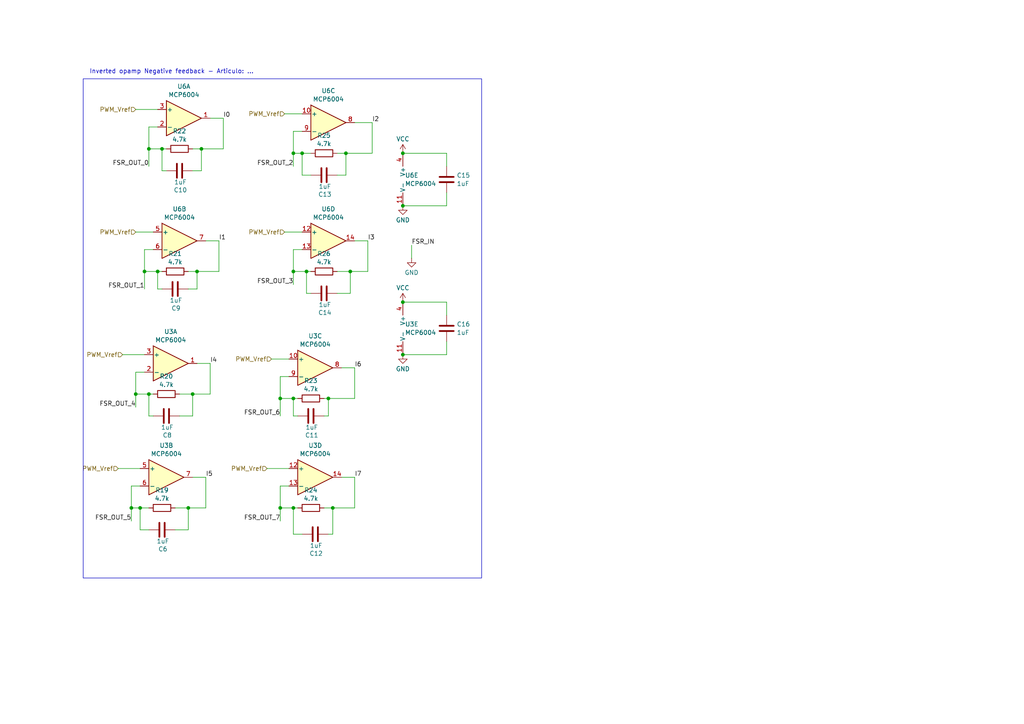
<source format=kicad_sch>
(kicad_sch (version 20231120) (generator "eeschema") (generator_version "8.0")
  (paper "A4")
  (lib_symbols
    (symbol "Amplifier_Operational:MCP6004" (pin_names (offset 0.127))
      (property "Reference" "U" (at 0 5.08 0))
      (property "Value" "MCP6004" (at 0 -5.08 0))
      (symbol "MCP6004_1_1"
        (polyline (pts (xy -5.08 5.08) (xy 5.08 0) (xy -5.08 -5.08) (xy -5.08 5.08)) (stroke (width 0.254)) (fill (type background)))
        (pin output line (at 7.62 0 180) (length 2.54) (name "~") (number "1"))
        (pin input line (at -7.62 -2.54 0) (length 2.54) (name "-") (number "2"))
        (pin input line (at -7.62 2.54 0) (length 2.54) (name "+") (number "3"))
      )
      (symbol "MCP6004_2_1"
        (polyline (pts (xy -5.08 5.08) (xy 5.08 0) (xy -5.08 -5.08) (xy -5.08 5.08)) (stroke (width 0.254)) (fill (type background)))
        (pin input line (at -7.62 2.54 0) (length 2.54) (name "+") (number "5"))
        (pin input line (at -7.62 -2.54 0) (length 2.54) (name "-") (number "6"))
        (pin output line (at 7.62 0 180) (length 2.54) (name "~") (number "7"))
      )
      (symbol "MCP6004_3_1"
        (polyline (pts (xy -5.08 5.08) (xy 5.08 0) (xy -5.08 -5.08) (xy -5.08 5.08)) (stroke (width 0.254)) (fill (type background)))
        (pin input line (at -7.62 2.54 0) (length 2.54) (name "+") (number "10"))
        (pin output line (at 7.62 0 180) (length 2.54) (name "~") (number "8"))
        (pin input line (at -7.62 -2.54 0) (length 2.54) (name "-") (number "9"))
      )
      (symbol "MCP6004_4_1"
        (polyline (pts (xy -5.08 5.08) (xy 5.08 0) (xy -5.08 -5.08) (xy -5.08 5.08)) (stroke (width 0.254)) (fill (type background)))
        (pin input line (at -7.62 2.54 0) (length 2.54) (name "+") (number "12"))
        (pin input line (at -7.62 -2.54 0) (length 2.54) (name "-") (number "13"))
        (pin output line (at 7.62 0 180) (length 2.54) (name "~") (number "14"))
      )
      (symbol "MCP6004_5_1"
        (pin power_in line (at -2.54 -7.62 90) (length 3.81) (name "V-") (number "11"))
        (pin power_in line (at -2.54 7.62 270) (length 3.81) (name "V+") (number "4"))
      )
    )
    (symbol "Device:C" (pin_numbers hide) (pin_names (offset 0.254))
      (property "Reference" "C" (at 0.635 2.54 0))
      (property "Value" "C" (at 0.635 -2.54 0))
      (symbol "C_0_1"
        (polyline (pts (xy -2.032 -0.762) (xy 2.032 -0.762)) (stroke (width 0.508)))
        (polyline (pts (xy -2.032 0.762) (xy 2.032 0.762)) (stroke (width 0.508)))
      )
      (symbol "C_1_1"
        (pin passive line (at 0 3.81 270) (length 2.794) (name "~") (number "1"))
        (pin passive line (at 0 -3.81 90) (length 2.794) (name "~") (number "2"))
      )
    )
    (symbol "Device:R" (pin_numbers hide) (pin_names (offset 0))
      (property "Reference" "R" (at 2.032 0 90))
      (property "Value" "R" (at 0 0 90))
      (symbol "R_0_1"
        (rectangle (start -1.016 -2.54) (end 1.016 2.54) (stroke (width 0.254)))
      )
      (symbol "R_1_1"
        (pin passive line (at 0 3.81 270) (length 1.27) (name "~") (number "1"))
        (pin passive line (at 0 -3.81 90) (length 1.27) (name "~") (number "2"))
      )
    )
    (symbol "power:GND" (power) (pin_numbers hide) (pin_names (offset 0) hide)
      (property "Value" "GND" (at 0 -3.81 0))
      (symbol "GND_0_1"
        (polyline (pts (xy 0 0) (xy 0 -1.27) (xy 1.27 -1.27) (xy 0 -2.54) (xy -1.27 -1.27) (xy 0 -1.27)))
      )
      (symbol "GND_1_1"
        (pin power_in line (at 0 0 270) (length 0) (name "~") (number "1"))
      )
    )
    (symbol "power:VCC" (power) (pin_numbers hide) (pin_names (offset 0) hide)
      (property "Value" "VCC" (at 0 3.556 0))
      (symbol "VCC_0_1"
        (polyline (pts (xy -0.762 1.27) (xy 0 2.54)))
        (polyline (pts (xy 0 0) (xy 0 2.54)))
        (polyline (pts (xy 0 2.54) (xy 0.762 1.27)))
      )
      (symbol "VCC_1_1"
        (pin power_in line (at 0 0 90) (length 0) (name "~") (number "1"))
      )
    )
  )
  (junction (at 85.09 147.32))
  (junction (at 116.84 59.69))
  (junction (at 58.42 43.18))
  (junction (at 116.84 44.45))
  (junction (at 55.88 114.3))
  (junction (at 43.18 43.18))
  (junction (at 45.72 78.74))
  (junction (at 95.25 115.57))
  (junction (at 87.63 44.45))
  (junction (at 81.28 147.32))
  (junction (at 116.84 102.87))
  (junction (at 39.37 114.3))
  (junction (at 41.91 78.74))
  (junction (at 85.09 44.45))
  (junction (at 40.64 147.32))
  (junction (at 101.6 78.74))
  (junction (at 116.84 87.63))
  (junction (at 88.9 78.74))
  (junction (at 57.15 78.74))
  (junction (at 54.61 147.32))
  (junction (at 43.18 114.3))
  (junction (at 100.33 44.45))
  (junction (at 38.1 147.32))
  (junction (at 81.28 115.57))
  (junction (at 85.09 115.57))
  (junction (at 96.52 147.32))
  (junction (at 85.09 78.74))
  (junction (at 46.99 43.18))
  (wire (pts (xy 129.54 59.69) (xy 129.54 55.88)))
  (wire (pts (xy 46.99 49.53) (xy 46.99 43.18)))
  (wire (pts (xy 85.09 147.32) (xy 86.36 147.32)))
  (wire (pts (xy 106.68 69.85) (xy 102.87 69.85)))
  (wire (pts (xy 85.09 120.65) (xy 85.09 115.57)))
  (wire (pts (xy 97.79 78.74) (xy 101.6 78.74)))
  (wire (pts (xy 93.98 115.57) (xy 95.25 115.57)))
  (wire (pts (xy 57.15 78.74) (xy 63.5 78.74)))
  (wire (pts (xy 83.82 104.14) (xy 78.74 104.14)))
  (wire (pts (xy 85.09 78.74) (xy 88.9 78.74)))
  (wire (pts (xy 116.84 59.69) (xy 129.54 59.69)))
  (wire (pts (xy 55.88 49.53) (xy 58.42 49.53)))
  (wire (pts (xy 43.18 153.67) (xy 40.64 153.67)))
  (wire (pts (xy 83.82 135.89) (xy 77.47 135.89)))
  (wire (pts (xy 41.91 107.95) (xy 39.37 107.95)))
  (wire (pts (xy 90.17 50.8) (xy 87.63 50.8)))
  (wire (pts (xy 87.63 67.31) (xy 82.55 67.31)))
  (wire (pts (xy 54.61 153.67) (xy 54.61 147.32)))
  (wire (pts (xy 129.54 44.45) (xy 116.84 44.45)))
  (wire (pts (xy 55.88 114.3) (xy 60.96 114.3)))
  (wire (pts (xy 81.28 115.57) (xy 81.28 120.65)))
  (wire (pts (xy 95.25 120.65) (xy 95.25 115.57)))
  (wire (pts (xy 101.6 78.74) (xy 106.68 78.74)))
  (wire (pts (xy 59.69 138.43) (xy 55.88 138.43)))
  (wire (pts (xy 50.8 153.67) (xy 54.61 153.67)))
  (wire (pts (xy 44.45 67.31) (xy 39.37 67.31)))
  (wire (pts (xy 58.42 49.53) (xy 58.42 43.18)))
  (wire (pts (xy 43.18 43.18) (xy 43.18 48.26)))
  (wire (pts (xy 83.82 140.97) (xy 81.28 140.97)))
  (wire (pts (xy 64.77 43.18) (xy 64.77 34.29)))
  (wire (pts (xy 119.38 71.12) (xy 119.38 74.93)))
  (wire (pts (xy 85.09 78.74) (xy 85.09 82.55)))
  (wire (pts (xy 100.33 44.45) (xy 107.95 44.45)))
  (wire (pts (xy 95.25 115.57) (xy 102.87 115.57)))
  (wire (pts (xy 58.42 43.18) (xy 64.77 43.18)))
  (wire (pts (xy 52.07 114.3) (xy 55.88 114.3)))
  (wire (pts (xy 40.64 147.32) (xy 43.18 147.32)))
  (wire (pts (xy 85.09 154.94) (xy 85.09 147.32)))
  (wire (pts (xy 86.36 120.65) (xy 85.09 120.65)))
  (wire (pts (xy 100.33 50.8) (xy 100.33 44.45)))
  (wire (pts (xy 41.91 102.87) (xy 35.56 102.87)))
  (wire (pts (xy 87.63 154.94) (xy 85.09 154.94)))
  (wire (pts (xy 129.54 102.87) (xy 129.54 99.06)))
  (wire (pts (xy 43.18 114.3) (xy 44.45 114.3)))
  (wire (pts (xy 40.64 135.89) (xy 34.29 135.89)))
  (wire (pts (xy 45.72 31.75) (xy 39.37 31.75)))
  (wire (pts (xy 55.88 120.65) (xy 55.88 114.3)))
  (wire (pts (xy 97.79 50.8) (xy 100.33 50.8)))
  (wire (pts (xy 54.61 83.82) (xy 57.15 83.82)))
  (wire (pts (xy 107.95 35.56) (xy 102.87 35.56)))
  (wire (pts (xy 44.45 120.65) (xy 43.18 120.65)))
  (wire (pts (xy 59.69 147.32) (xy 59.69 138.43)))
  (wire (pts (xy 64.77 34.29) (xy 60.96 34.29)))
  (wire (pts (xy 45.72 36.83) (xy 43.18 36.83)))
  (wire (pts (xy 102.87 147.32) (xy 102.87 138.43)))
  (wire (pts (xy 55.88 43.18) (xy 58.42 43.18)))
  (wire (pts (xy 88.9 85.09) (xy 88.9 78.74)))
  (wire (pts (xy 48.26 49.53) (xy 46.99 49.53)))
  (wire (pts (xy 81.28 140.97) (xy 81.28 147.32)))
  (wire (pts (xy 129.54 91.44) (xy 129.54 87.63)))
  (wire (pts (xy 57.15 83.82) (xy 57.15 78.74)))
  (wire (pts (xy 39.37 107.95) (xy 39.37 114.3)))
  (wire (pts (xy 97.79 44.45) (xy 100.33 44.45)))
  (wire (pts (xy 63.5 69.85) (xy 59.69 69.85)))
  (wire (pts (xy 40.64 140.97) (xy 38.1 140.97)))
  (wire (pts (xy 38.1 147.32) (xy 38.1 151.13)))
  (wire (pts (xy 106.68 78.74) (xy 106.68 69.85)))
  (wire (pts (xy 87.63 44.45) (xy 90.17 44.45)))
  (wire (pts (xy 83.82 109.22) (xy 81.28 109.22)))
  (wire (pts (xy 63.5 78.74) (xy 63.5 69.85)))
  (wire (pts (xy 102.87 106.68) (xy 99.06 106.68)))
  (wire (pts (xy 107.95 44.45) (xy 107.95 35.56)))
  (wire (pts (xy 50.8 147.32) (xy 54.61 147.32)))
  (wire (pts (xy 81.28 147.32) (xy 85.09 147.32)))
  (wire (pts (xy 54.61 78.74) (xy 57.15 78.74)))
  (wire (pts (xy 40.64 153.67) (xy 40.64 147.32)))
  (wire (pts (xy 101.6 85.09) (xy 101.6 78.74)))
  (wire (pts (xy 39.37 114.3) (xy 39.37 118.11)))
  (wire (pts (xy 45.72 83.82) (xy 45.72 78.74)))
  (wire (pts (xy 90.17 85.09) (xy 88.9 85.09)))
  (wire (pts (xy 52.07 120.65) (xy 55.88 120.65)))
  (wire (pts (xy 85.09 44.45) (xy 85.09 48.26)))
  (wire (pts (xy 60.96 105.41) (xy 57.15 105.41)))
  (wire (pts (xy 41.91 72.39) (xy 41.91 78.74)))
  (wire (pts (xy 87.63 50.8) (xy 87.63 44.45)))
  (wire (pts (xy 87.63 33.02) (xy 82.55 33.02)))
  (wire (pts (xy 129.54 87.63) (xy 116.84 87.63)))
  (wire (pts (xy 102.87 115.57) (xy 102.87 106.68)))
  (wire (pts (xy 85.09 38.1) (xy 85.09 44.45)))
  (wire (pts (xy 96.52 154.94) (xy 96.52 147.32)))
  (wire (pts (xy 38.1 140.97) (xy 38.1 147.32)))
  (wire (pts (xy 102.87 138.43) (xy 99.06 138.43)))
  (wire (pts (xy 85.09 115.57) (xy 86.36 115.57)))
  (wire (pts (xy 129.54 48.26) (xy 129.54 44.45)))
  (wire (pts (xy 85.09 72.39) (xy 85.09 78.74)))
  (wire (pts (xy 43.18 36.83) (xy 43.18 43.18)))
  (wire (pts (xy 95.25 154.94) (xy 96.52 154.94)))
  (wire (pts (xy 87.63 38.1) (xy 85.09 38.1)))
  (wire (pts (xy 60.96 114.3) (xy 60.96 105.41)))
  (wire (pts (xy 81.28 109.22) (xy 81.28 115.57)))
  (wire (pts (xy 97.79 85.09) (xy 101.6 85.09)))
  (wire (pts (xy 38.1 147.32) (xy 40.64 147.32)))
  (wire (pts (xy 93.98 147.32) (xy 96.52 147.32)))
  (wire (pts (xy 88.9 78.74) (xy 90.17 78.74)))
  (wire (pts (xy 96.52 147.32) (xy 102.87 147.32)))
  (wire (pts (xy 41.91 78.74) (xy 45.72 78.74)))
  (wire (pts (xy 93.98 120.65) (xy 95.25 120.65)))
  (wire (pts (xy 54.61 147.32) (xy 59.69 147.32)))
  (wire (pts (xy 85.09 44.45) (xy 87.63 44.45)))
  (wire (pts (xy 45.72 78.74) (xy 46.99 78.74)))
  (wire (pts (xy 81.28 115.57) (xy 85.09 115.57)))
  (wire (pts (xy 44.45 72.39) (xy 41.91 72.39)))
  (wire (pts (xy 43.18 43.18) (xy 46.99 43.18)))
  (wire (pts (xy 116.84 102.87) (xy 129.54 102.87)))
  (wire (pts (xy 39.37 114.3) (xy 43.18 114.3)))
  (wire (pts (xy 81.28 147.32) (xy 81.28 151.13)))
  (wire (pts (xy 46.99 43.18) (xy 48.26 43.18)))
  (wire (pts (xy 41.91 78.74) (xy 41.91 83.82)))
  (wire (pts (xy 87.63 72.39) (xy 85.09 72.39)))
  (wire (pts (xy 43.18 120.65) (xy 43.18 114.3)))
  (wire (pts (xy 46.99 83.82) (xy 45.72 83.82)))
  (rectangle (start 24.13 22.86) (end 139.7 167.64))
  (text "Inverted opamp Negative feedback - Articulo: ...\n" (at 49.784 20.828 0) (effects (font (size 1.27 1.27))))
  (label "FSR_OUT_3" (at 85.09 82.55 180))
  (label "FSR_OUT_2" (at 85.09 48.26 180))
  (label "FSR_OUT_6" (at 81.28 120.65 180))
  (label "I4" (at 60.96 105.41 0))
  (label "I7" (at 102.87 138.43 0))
  (label "FSR_IN" (at 119.38 71.12 0))
  (label "I0" (at 64.77 34.29 0))
  (label "FSR_OUT_5" (at 38.1 151.13 180))
  (label "I6" (at 102.87 106.68 0))
  (label "I3" (at 106.68 69.85 0))
  (label "FSR_OUT_1" (at 41.91 83.82 180))
  (label "FSR_OUT_7" (at 81.28 151.13 180))
  (label "I5" (at 59.69 138.43 0))
  (label "I1" (at 63.5 69.85 0))
  (label "FSR_OUT_4" (at 39.37 118.11 180))
  (label "I2" (at 107.95 35.56 0))
  (label "FSR_OUT_0" (at 43.18 48.26 180))
  (hierarchical_label "PWM_Vref" (shape input) (at 78.74 104.14 180))
  (hierarchical_label "PWM_Vref" (shape input) (at 39.37 67.31 180))
  (hierarchical_label "PWM_Vref" (shape input) (at 77.47 135.89 180))
  (hierarchical_label "PWM_Vref" (shape input) (at 39.37 31.75 180))
  (hierarchical_label "PWM_Vref" (shape input) (at 82.55 33.02 180))
  (hierarchical_label "PWM_Vref" (shape input) (at 34.29 135.89 180))
  (hierarchical_label "PWM_Vref" (shape input) (at 82.55 67.31 180))
  (hierarchical_label "PWM_Vref" (shape input) (at 35.56 102.87 180))
  (symbol (lib_id "Device:C") (at 52.07 49.53 90) (unit 1)
    (property "Reference" "C10" (at 52.324 55.118 90))
    (property "Value" "1uF" (at 52.324 52.832 90))
    (property "Footprint" "Capacitor_SMD:C_0603_1608Metric_Pad1.08x0.95mm_HandSolder" (effects (hide yes)))
    (property "Description" "Unpolarized capacitor" (effects (hide yes)))
  )
  (symbol (lib_id "Device:C") (at 129.54 52.07 0) (unit 1)
    (property "Reference" "C15" (at 132.461 50.8578 0) (effects (justify left)))
    (property "Value" "1uF" (at 132.461 53.2821 0) (effects (justify left)))
    (property "Footprint" "Capacitor_SMD:C_0603_1608Metric_Pad1.08x0.95mm_HandSolder" (effects (hide yes)))
    (property "Description" "Unpolarized capacitor" (effects (hide yes)))
  )
  (symbol (lib_id "Device:R") (at 90.17 147.32 90) (unit 1)
    (property "Reference" "R24" (at 90.17 142.1595 90))
    (property "Value" "4.7k" (at 90.17 144.5838 90))
    (property "Footprint" "Resistor_SMD:R_0603_1608Metric_Pad0.98x0.95mm_HandSolder" (effects (hide yes)))
    (property "Description" "Resistor" (effects (hide yes)))
  )
  (symbol (lib_id "power:GND") (at 116.84 102.87 0) (unit 1)
    (property "Reference" "#PWR042" (effects (hide yes)))
    (property "Value" "GND" (at 116.84 107.0031 0))
    (property "Description" "Power symbol creates a global label with name \"GND\" , ground" (effects (hide yes)))
  )
  (symbol (lib_id "Amplifier_Operational:MCP6004") (at 119.38 52.07 0) (unit 5)
    (property "Reference" "U6" (at 117.475 50.8578 0) (effects (justify left)))
    (property "Value" "MCP6004" (at 117.475 53.2821 0) (effects (justify left)))
    (property "Datasheet" "http://ww1.microchip.com/downloads/en/DeviceDoc/21733j.pdf" (effects (hide yes)))
    (property "Description" "1MHz, Low-Power Op Amp, DIP-14/SOIC-14/TSSOP-14" (effects (hide yes)))
  )
  (symbol (lib_id "Device:R") (at 50.8 78.74 90) (unit 1)
    (property "Reference" "R21" (at 50.8 73.5795 90))
    (property "Value" "4.7k" (at 50.8 76.0038 90))
    (property "Footprint" "Resistor_SMD:R_0603_1608Metric_Pad0.98x0.95mm_HandSolder" (effects (hide yes)))
    (property "Description" "Resistor" (effects (hide yes)))
  )
  (symbol (lib_id "Amplifier_Operational:MCP6004") (at 49.53 105.41 0) (unit 1)
    (property "Reference" "U3" (at 49.53 96.1855 0))
    (property "Value" "MCP6004" (at 49.53 98.6098 0))
    (property "Datasheet" "http://ww1.microchip.com/downloads/en/DeviceDoc/21733j.pdf" (effects (hide yes)))
    (property "Description" "1MHz, Low-Power Op Amp, DIP-14/SOIC-14/TSSOP-14" (effects (hide yes)))
  )
  (symbol (lib_id "Amplifier_Operational:MCP6004") (at 91.44 106.68 0) (unit 3)
    (property "Reference" "U3" (at 91.44 97.4555 0))
    (property "Value" "MCP6004" (at 91.44 99.8798 0))
    (property "Datasheet" "http://ww1.microchip.com/downloads/en/DeviceDoc/21733j.pdf" (effects (hide yes)))
    (property "Description" "1MHz, Low-Power Op Amp, DIP-14/SOIC-14/TSSOP-14" (effects (hide yes)))
  )
  (symbol (lib_id "Device:C") (at 91.44 154.94 90) (unit 1)
    (property "Reference" "C12" (at 91.694 160.528 90))
    (property "Value" "1uF" (at 91.694 158.242 90))
    (property "Footprint" "Capacitor_SMD:C_0603_1608Metric_Pad1.08x0.95mm_HandSolder" (effects (hide yes)))
    (property "Description" "Unpolarized capacitor" (effects (hide yes)))
  )
  (symbol (lib_id "Amplifier_Operational:MCP6004") (at 53.34 34.29 0) (unit 1)
    (property "Reference" "U6" (at 53.34 25.0655 0))
    (property "Value" "MCP6004" (at 53.34 27.4898 0))
    (property "Datasheet" "http://ww1.microchip.com/downloads/en/DeviceDoc/21733j.pdf" (effects (hide yes)))
    (property "Description" "1MHz, Low-Power Op Amp, DIP-14/SOIC-14/TSSOP-14" (effects (hide yes)))
  )
  (symbol (lib_id "power:VCC") (at 116.84 87.63 0) (unit 1)
    (property "Reference" "#PWR028" (effects (hide yes)))
    (property "Value" "VCC" (at 116.84 83.4969 0))
    (property "Description" "Power symbol creates a global label with name \"VCC\"" (effects (hide yes)))
  )
  (symbol (lib_id "Amplifier_Operational:MCP6004") (at 95.25 35.56 0) (unit 3)
    (property "Reference" "U6" (at 95.25 26.3355 0))
    (property "Value" "MCP6004" (at 95.25 28.7598 0))
    (property "Datasheet" "http://ww1.microchip.com/downloads/en/DeviceDoc/21733j.pdf" (effects (hide yes)))
    (property "Description" "1MHz, Low-Power Op Amp, DIP-14/SOIC-14/TSSOP-14" (effects (hide yes)))
  )
  (symbol (lib_id "Amplifier_Operational:MCP6004") (at 52.07 69.85 0) (unit 2)
    (property "Reference" "U6" (at 52.07 60.6255 0))
    (property "Value" "MCP6004" (at 52.07 63.0498 0))
    (property "Datasheet" "http://ww1.microchip.com/downloads/en/DeviceDoc/21733j.pdf" (effects (hide yes)))
    (property "Description" "1MHz, Low-Power Op Amp, DIP-14/SOIC-14/TSSOP-14" (effects (hide yes)))
  )
  (symbol (lib_id "Device:C") (at 50.8 83.82 90) (unit 1)
    (property "Reference" "C9" (at 51.054 89.408 90))
    (property "Value" "1uF" (at 51.054 87.122 90))
    (property "Footprint" "Capacitor_SMD:C_0603_1608Metric_Pad1.08x0.95mm_HandSolder" (effects (hide yes)))
    (property "Description" "Unpolarized capacitor" (effects (hide yes)))
  )
  (symbol (lib_id "Amplifier_Operational:MCP6004") (at 119.38 95.25 0) (unit 5)
    (property "Reference" "U3" (at 117.475 94.0378 0) (effects (justify left)))
    (property "Value" "MCP6004" (at 117.475 96.4621 0) (effects (justify left)))
    (property "Datasheet" "http://ww1.microchip.com/downloads/en/DeviceDoc/21733j.pdf" (effects (hide yes)))
    (property "Description" "1MHz, Low-Power Op Amp, DIP-14/SOIC-14/TSSOP-14" (effects (hide yes)))
  )
  (symbol (lib_id "Device:R") (at 93.98 78.74 90) (unit 1)
    (property "Reference" "R26" (at 93.98 73.5795 90))
    (property "Value" "4.7k" (at 93.98 76.0038 90))
    (property "Footprint" "Resistor_SMD:R_0603_1608Metric_Pad0.98x0.95mm_HandSolder" (effects (hide yes)))
    (property "Description" "Resistor" (effects (hide yes)))
  )
  (symbol (lib_id "Device:R") (at 90.17 115.57 90) (unit 1)
    (property "Reference" "R23" (at 90.17 110.4095 90))
    (property "Value" "4.7k" (at 90.17 112.8338 90))
    (property "Footprint" "Resistor_SMD:R_0603_1608Metric_Pad0.98x0.95mm_HandSolder" (effects (hide yes)))
    (property "Description" "Resistor" (effects (hide yes)))
  )
  (symbol (lib_id "Device:R") (at 52.07 43.18 90) (unit 1)
    (property "Reference" "R22" (at 52.07 38.0195 90))
    (property "Value" "4.7k" (at 52.07 40.4438 90))
    (property "Footprint" "Resistor_SMD:R_0603_1608Metric_Pad0.98x0.95mm_HandSolder" (effects (hide yes)))
    (property "Description" "Resistor" (effects (hide yes)))
  )
  (symbol (lib_id "Device:C") (at 93.98 85.09 90) (unit 1)
    (property "Reference" "C14" (at 94.234 90.678 90))
    (property "Value" "1uF" (at 94.234 88.392 90))
    (property "Footprint" "Capacitor_SMD:C_0603_1608Metric_Pad1.08x0.95mm_HandSolder" (effects (hide yes)))
    (property "Description" "Unpolarized capacitor" (effects (hide yes)))
  )
  (symbol (lib_id "Device:C") (at 129.54 95.25 0) (unit 1)
    (property "Reference" "C16" (at 132.461 94.0378 0) (effects (justify left)))
    (property "Value" "1uF" (at 132.461 96.4621 0) (effects (justify left)))
    (property "Footprint" "Capacitor_SMD:C_0603_1608Metric_Pad1.08x0.95mm_HandSolder" (effects (hide yes)))
    (property "Description" "Unpolarized capacitor" (effects (hide yes)))
  )
  (symbol (lib_id "Amplifier_Operational:MCP6004") (at 95.25 69.85 0) (unit 4)
    (property "Reference" "U6" (at 95.25 60.6255 0))
    (property "Value" "MCP6004" (at 95.25 63.0498 0))
    (property "Datasheet" "http://ww1.microchip.com/downloads/en/DeviceDoc/21733j.pdf" (effects (hide yes)))
    (property "Description" "1MHz, Low-Power Op Amp, DIP-14/SOIC-14/TSSOP-14" (effects (hide yes)))
  )
  (symbol (lib_id "power:GND") (at 119.38 74.93 0) (unit 1)
    (property "Reference" "#PWR043" (effects (hide yes)))
    (property "Value" "GND" (at 119.38 79.0631 0))
    (property "Description" "Power symbol creates a global label with name \"GND\" , ground" (effects (hide yes)))
  )
  (symbol (lib_id "Amplifier_Operational:MCP6004") (at 48.26 138.43 0) (unit 2)
    (property "Reference" "U3" (at 48.26 129.2055 0))
    (property "Value" "MCP6004" (at 48.26 131.6298 0))
    (property "Datasheet" "http://ww1.microchip.com/downloads/en/DeviceDoc/21733j.pdf" (effects (hide yes)))
    (property "Description" "1MHz, Low-Power Op Amp, DIP-14/SOIC-14/TSSOP-14" (effects (hide yes)))
  )
  (symbol (lib_id "Device:C") (at 90.17 120.65 90) (unit 1)
    (property "Reference" "C11" (at 90.424 126.238 90))
    (property "Value" "1uF" (at 90.424 123.952 90))
    (property "Footprint" "Capacitor_SMD:C_0603_1608Metric_Pad1.08x0.95mm_HandSolder" (effects (hide yes)))
    (property "Description" "Unpolarized capacitor" (effects (hide yes)))
  )
  (symbol (lib_id "Device:C") (at 46.99 153.67 90) (unit 1)
    (property "Reference" "C6" (at 47.244 159.258 90))
    (property "Value" "1uF" (at 47.244 156.972 90))
    (property "Footprint" "Capacitor_SMD:C_0603_1608Metric_Pad1.08x0.95mm_HandSolder" (effects (hide yes)))
    (property "Description" "Unpolarized capacitor" (effects (hide yes)))
  )
  (symbol (lib_id "power:VCC") (at 116.84 44.45 0) (unit 1)
    (property "Reference" "#PWR09" (effects (hide yes)))
    (property "Value" "VCC" (at 116.84 40.3169 0))
    (property "Description" "Power symbol creates a global label with name \"VCC\"" (effects (hide yes)))
  )
  (symbol (lib_id "Device:R") (at 46.99 147.32 90) (unit 1)
    (property "Reference" "R19" (at 46.99 142.1595 90))
    (property "Value" "4.7k" (at 46.99 144.5838 90))
    (property "Footprint" "Resistor_SMD:R_0603_1608Metric_Pad0.98x0.95mm_HandSolder" (effects (hide yes)))
    (property "Description" "Resistor" (effects (hide yes)))
  )
  (symbol (lib_id "Device:C") (at 93.98 50.8 90) (unit 1)
    (property "Reference" "C13" (at 94.234 56.388 90))
    (property "Value" "1uF" (at 94.234 54.102 90))
    (property "Footprint" "Capacitor_SMD:C_0603_1608Metric_Pad1.08x0.95mm_HandSolder" (effects (hide yes)))
    (property "Description" "Unpolarized capacitor" (effects (hide yes)))
  )
  (symbol (lib_id "Device:R") (at 48.26 114.3 90) (unit 1)
    (property "Reference" "R20" (at 48.26 109.1395 90))
    (property "Value" "4.7k" (at 48.26 111.5638 90))
    (property "Footprint" "Resistor_SMD:R_0603_1608Metric_Pad0.98x0.95mm_HandSolder" (effects (hide yes)))
    (property "Description" "Resistor" (effects (hide yes)))
  )
  (symbol (lib_id "Amplifier_Operational:MCP6004") (at 91.44 138.43 0) (unit 4)
    (property "Reference" "U3" (at 91.44 129.2055 0))
    (property "Value" "MCP6004" (at 91.44 131.6298 0))
    (property "Datasheet" "http://ww1.microchip.com/downloads/en/DeviceDoc/21733j.pdf" (effects (hide yes)))
    (property "Description" "1MHz, Low-Power Op Amp, DIP-14/SOIC-14/TSSOP-14" (effects (hide yes)))
  )
  (symbol (lib_id "Device:C") (at 48.26 120.65 90) (unit 1)
    (property "Reference" "C8" (at 48.514 126.238 90))
    (property "Value" "1uF" (at 48.514 123.952 90))
    (property "Footprint" "Capacitor_SMD:C_0603_1608Metric_Pad1.08x0.95mm_HandSolder" (effects (hide yes)))
    (property "Description" "Unpolarized capacitor" (effects (hide yes)))
  )
  (symbol (lib_id "power:GND") (at 116.84 59.69 0) (unit 1)
    (property "Reference" "#PWR027" (effects (hide yes)))
    (property "Value" "GND" (at 116.84 63.8231 0))
    (property "Description" "Power symbol creates a global label with name \"GND\" , ground" (effects (hide yes)))
  )
  (symbol (lib_id "Device:R") (at 93.98 44.45 90) (unit 1)
    (property "Reference" "R25" (at 93.98 39.2895 90))
    (property "Value" "4.7k" (at 93.98 41.7138 90))
    (property "Footprint" "Resistor_SMD:R_0603_1608Metric_Pad0.98x0.95mm_HandSolder" (effects (hide yes)))
    (property "Description" "Resistor" (effects (hide yes)))
  )
)
</source>
